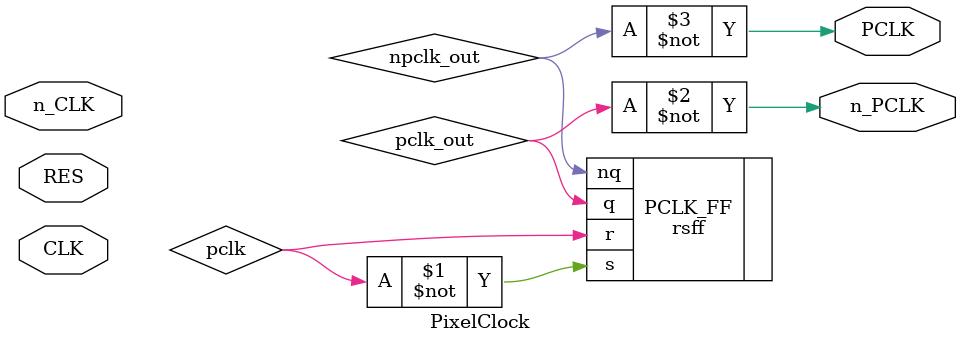
<source format=v>


module PixelClock (
	n_CLK, CLK, RES,
	n_PCLK, PCLK);

	input n_CLK;
	input CLK;				// NTSC: 21477272 Hz (~0,046 µs), PAL: 26601712 Hz (~0,037 µs)
	input RES;

	output n_PCLK;
	output PCLK;			// NTSC: 5369318 Hz (~0,186 µs), PAL: 5320342.4 Hz (~0,187 µs)

	// wires
	
	wire latch1_in;
	wire latch2_in;
	wire latch1_out;
	wire latch2_out;
	wire latch3_out;
	wire latch4_out;
	wire latch5_out;
	wire latch6_out;
	wire pclk;
	wire pclk_out;
	wire npclk_out;

`ifdef RP2C02

	// The PCLK is obtained by slowing down (dividing) the input clock signal CLK (21.48 MHz) by a factor of 4.
	// For this purpose, a divider on static latches is used:

	nor (latch1_in, RES, latch4_out);

	dlatch latch1 (.d(latch1_in), .en(n_CLK), .nq(latch1_out) );
	dlatch latch2 (.d(latch1_out), .en(CLK), .nq(latch2_out) );
	dlatch latch3 (.d(latch2_out), .en(n_CLK), .nq(latch3_out) );
	dlatch latch4 (.d(latch3_out), .en(CLK), .nq(latch4_out) );

	assign pclk = latch4_out;

`elsif RP2C07

	nor (latch2_in, latch1_out, RES);

	dlatch latch1 (.d(latch1_in), .en(n_CLK), .q(latch1_out));
	dlatch latch2 (.d(latch2_in), .en(CLK), .nq(latch2_out));
	dlatch latch3 (.d(latch2_out), .en(n_CLK), .nq(latch3_out));
	dlatch latch4 (.d(latch3_out), .en(CLK), .nq(latch4_out));
	dlatch latch5 (.d(latch4_out), .en(n_CLK), .nq(latch5_out));
	dlatch latch6 (.d(latch5_out), .en(CLK), .nq(latch6_out));

	nor (pclk, latch6_out, ~latch5_out);
	nor (latch1_in, latch6_out, latch4_out);

`else
`endif

	// Just below the divider is the single phase splitter.
	// This is a canonical circuit based on a single FF that makes two phases (/PCLK + PCLK) from a single phase (PCLK).

	rsff PCLK_FF (.r(pclk), .s(~pclk), .q(pclk_out), .nq(npclk_out) );

	assign n_PCLK = ~pclk_out;
	assign PCLK = ~npclk_out;

endmodule // PixelClock

</source>
